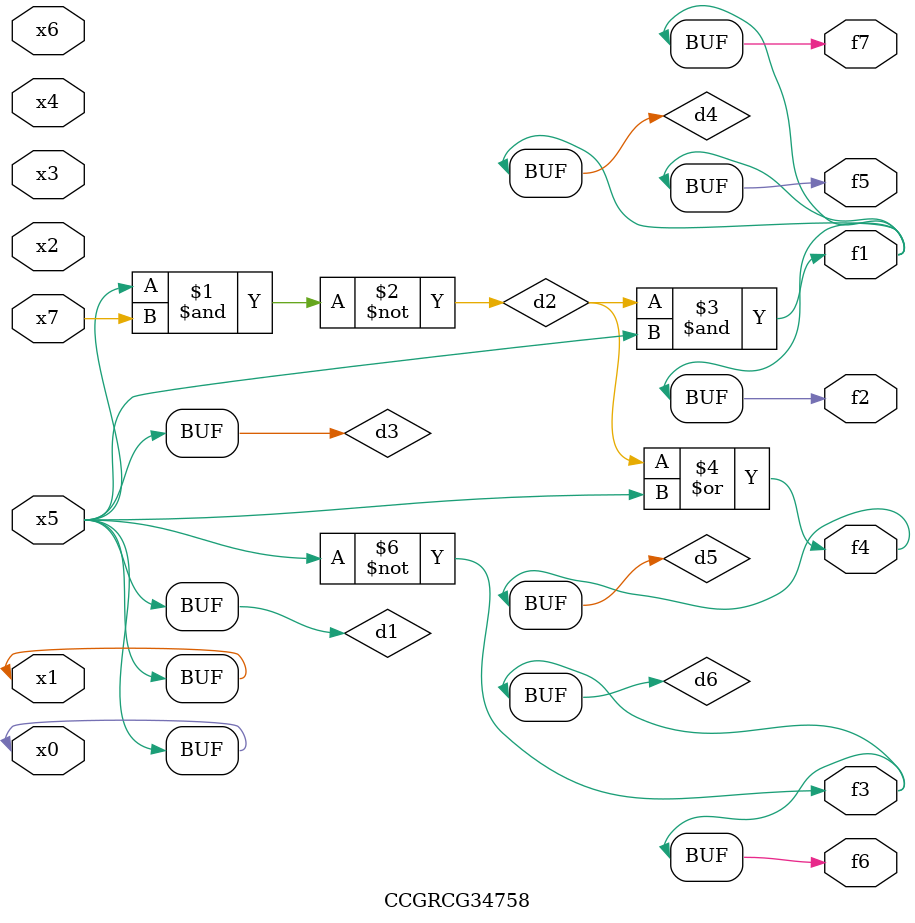
<source format=v>
module CCGRCG34758(
	input x0, x1, x2, x3, x4, x5, x6, x7,
	output f1, f2, f3, f4, f5, f6, f7
);

	wire d1, d2, d3, d4, d5, d6;

	buf (d1, x0, x5);
	nand (d2, x5, x7);
	buf (d3, x0, x1);
	and (d4, d2, d3);
	or (d5, d2, d3);
	nor (d6, d1, d3);
	assign f1 = d4;
	assign f2 = d4;
	assign f3 = d6;
	assign f4 = d5;
	assign f5 = d4;
	assign f6 = d6;
	assign f7 = d4;
endmodule

</source>
